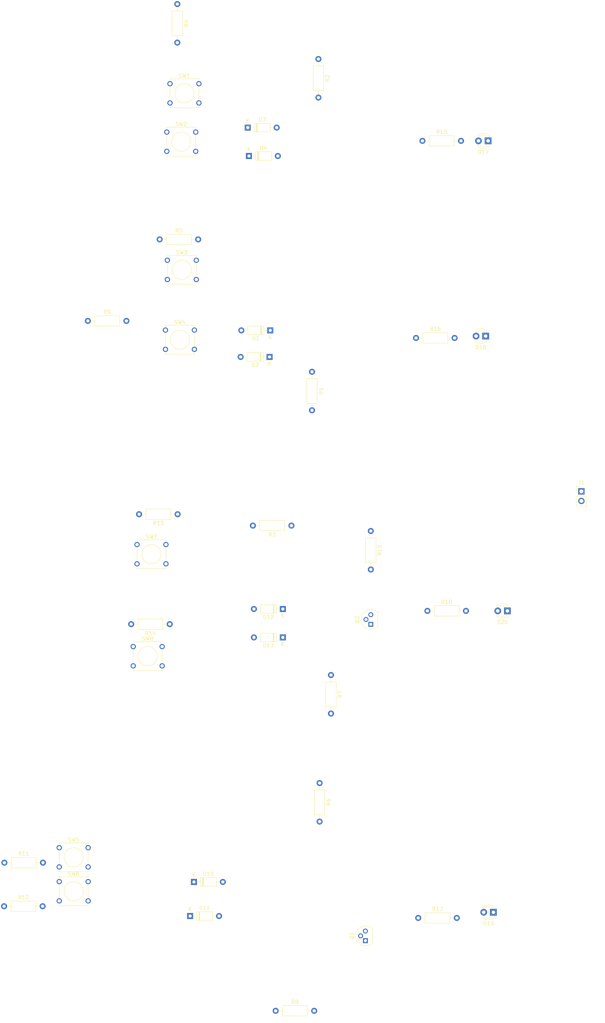
<source format=kicad_pcb>
(kicad_pcb (version 20221018) (generator pcbnew)
  (layers (0 "F.Cu" signal) (31 "B.Cu" signal) (34 "B.Paste" user) (35 "F.Paste" user) (36 "B.SilkS" user "B.Silkscreen") (37 "F.SilkS" user "F.Silkscreen") (38 "B.Mask" user) (39 "F.Mask" user) (44 "Edge.Cuts" user))
  (net 0 "")
  (net 1 "/Diode Logic/OR-Out")
  (net 2 "/Diode Logic/OR-X")
  (net 3 "/Diode Logic/OR-Y")
  (net 4 "/Diode Logic/AND-X")
  (net 5 "/Diode Logic/AND-Out")
  (net 6 "/Diode Logic/AND-Y")
  (net 7 "/Diode Transistor Logic/NAND-X")
  (net 8 "Net-(D10-A)")
  (net 9 "/Diode Transistor Logic/NAND-Y")
  (net 10 "Net-(D12-K)")
  (net 11 "/Diode Transistor Logic/NOR-X")
  (net 12 "/Diode Transistor Logic/NOR-Y")
  (net 13 "GND")
  (net 14 "Net-(D17-A)")
  (net 15 "Net-(D18-A)")
  (net 16 "Net-(D19-A)")
  (net 17 "Net-(D20-A)")
  (net 19 "/Diode Transistor Logic/NAND-Out")
  (net 20 "/Diode Transistor Logic/NOR-Out")
  (net 21 "VCC")
  (footprint "LED_THT:LED_D3.0mm" (layer "F.Cu") (at 225.915 -66 180)
    (fp_text reference "D17" (at 1.27 -2.96) (layer "F.SilkS"))
    (fp_text value "LED")
    (fp_line (start -0.29 -1.236) (end -0.29 -1.08) (stroke (width 0.12)) (layer "F.SilkS"))
    (fp_line (start -0.29 1.08) (end -0.29 1.236) (stroke (width 0.12)) (layer "F.SilkS"))
    (fp_arc (start -0.29 -1.235516) (mid 1.366487 -1.987659) (end 2.942335 -1.078608) (stroke (width 0.12)) (layer "F.SilkS"))
    (fp_arc (start 0.229039 -1.08) (mid 1.270117 -1.5) (end 2.31113 -1.079837) (stroke (width 0.12)) (layer "F.SilkS"))
    (fp_arc (start 2.31113 1.079837) (mid 1.270117 1.5) (end 0.229039 1.08) (stroke (width 0.12)) (layer "F.SilkS"))
    (fp_arc (start 2.942335 1.078608) (mid 1.366487 1.987659) (end -0.29 1.235516) (stroke (width 0.12)) (layer "F.SilkS"))
    (pad "1" thru_hole rect (at 0 0 180) (size 1.8 1.8) (drill 0.9) (layers "*.Cu" "*.Mask") (net 13 "GND"))
    (pad "2" thru_hole circle (at 2.54 0 180) (size 1.8 1.8) (drill 0.9) (layers "*.Cu" "*.Mask") (net 14 "Net-(D17-A)"))
  )
  (footprint "Resistor_THT:R_Axial_DIN0207_L6.3mm_D2.5mm_P10.16mm_Horizontal" (layer "F.Cu") (at 144.08 32.5 180)
    (fp_text reference "R13" (at 5.08 -2.37) (layer "F.SilkS"))
    (fp_text value "1k")
    (fp_line (start 1.04 0) (end 1.81 0) (stroke (width 0.12)) (layer "F.SilkS"))
    (fp_line (start 1.81 -1.37) (end 1.81 1.37) (stroke (width 0.12)) (layer "F.SilkS"))
    (fp_line (start 1.81 1.37) (end 8.35 1.37) (stroke (width 0.12)) (layer "F.SilkS"))
    (fp_line (start 8.35 -1.37) (end 1.81 -1.37) (stroke (width 0.12)) (layer "F.SilkS"))
    (fp_line (start 8.35 1.37) (end 8.35 -1.37) (stroke (width 0.12)) (layer "F.SilkS"))
    (fp_line (start 9.12 0) (end 8.35 0) (stroke (width 0.12)) (layer "F.SilkS"))
    (pad "1" thru_hole circle (at 0 0 180) (size 1.6 1.6) (drill 0.8) (layers "*.Cu" "*.Mask") (net 21 "VCC"))
    (pad "2" thru_hole oval (at 10.16 0 180) (size 1.6 1.6) (drill 0.8) (layers "*.Cu" "*.Mask") (net 11 "/Diode Transistor Logic/NOR-X"))
  )
  (footprint "Diode_THT:D_DO-35_SOD27_P7.62mm_Horizontal" (layer "F.Cu") (at 168.5 -16 180)
    (fp_text reference "D1" (at 3.81 -2.12) (layer "F.SilkS"))
    (fp_text value "1N4148")
    (fp_text user "K" (at 0 -1.8) (layer "F.SilkS"))
    (fp_line (start 1.04 0) (end 1.69 0) (stroke (width 0.12)) (layer "F.SilkS"))
    (fp_line (start 1.69 -1.12) (end 1.69 1.12) (stroke (width 0.12)) (layer "F.SilkS"))
    (fp_line (start 1.69 1.12) (end 5.93 1.12) (stroke (width 0.12)) (layer "F.SilkS"))
    (fp_line (start 2.29 -1.12) (end 2.29 1.12) (stroke (width 0.12)) (layer "F.SilkS"))
    (fp_line (start 2.41 -1.12) (end 2.41 1.12) (stroke (width 0.12)) (layer "F.SilkS"))
    (fp_line (start 2.53 -1.12) (end 2.53 1.12) (stroke (width 0.12)) (layer "F.SilkS"))
    (fp_line (start 5.93 -1.12) (end 1.69 -1.12) (stroke (width 0.12)) (layer "F.SilkS"))
    (fp_line (start 5.93 1.12) (end 5.93 -1.12) (stroke (width 0.12)) (layer "F.SilkS"))
    (fp_line (start 6.58 0) (end 5.93 0) (stroke (width 0.12)) (layer "F.SilkS"))
    (pad "1" thru_hole rect (at 0 0 180) (size 1.6 1.6) (drill 0.8) (layers "*.Cu" "*.Mask") (net 1 "/Diode Logic/OR-Out"))
    (pad "2" thru_hole oval (at 7.62 0 180) (size 1.6 1.6) (drill 0.8) (layers "*.Cu" "*.Mask") (net 2 "/Diode Logic/OR-X"))
  )
  (footprint "Button_Switch_THT:SW_Tactile_Straight_KSA0Axx1LFTR" (layer "F.Cu") (at 141.23 -68.31)
    (fp_text reference "SW2" (at 3.81 -2.08) (layer "F.SilkS"))
    (fp_text value "SW_Push")
    (fp_line (start 0 -1.27) (end 0 -0.97) (stroke (width 0.12)) (layer "F.SilkS"))
    (fp_line (start 0 -1.27) (end 7.62 -1.27) (stroke (width 0.12)) (layer "F.SilkS"))
    (fp_line (start 0 0.97) (end 0 4.11) (stroke (width 0.12)) (layer "F.SilkS"))
    (fp_line (start 0 6.05) (end 0 6.35) (stroke (width 0.12)) (layer "F.SilkS"))
    (fp_line (start 7.62 -1.27) (end 7.62 -0.97) (stroke (width 0.12)) (layer "F.SilkS"))
    (fp_line (start 7.62 0.97) (end 7.62 4.11) (stroke (width 0.12)) (layer "F.SilkS"))
    (fp_line (start 7.62 6.05) (end 7.62 6.35) (stroke (width 0.12)) (layer "F.SilkS"))
    (fp_line (start 7.62 6.35) (end 0 6.35) (stroke (width 0.12)) (layer "F.SilkS"))
    (fp_circle (center 3.81 2.54) (end 3.81 0) (stroke (width 0.12)) (fill none) (layer "F.SilkS"))
    (pad "1" thru_hole circle (at 0 0) (size 1.397 1.397) (drill 0.8128) (layers "*.Cu" "*.Mask") (net 13 "GND"))
    (pad "1" thru_hole circle (at 7.62 0) (size 1.397 1.397) (drill 0.8128) (layers "*.Cu" "*.Mask") (net 13 "GND"))
    (pad "2" thru_hole circle (at 0 5.08) (size 1.397 1.397) (drill 0.8128) (layers "*.Cu" "*.Mask") (net 6 "/Diode Logic/AND-Y"))
    (pad "2" thru_hole circle (at 7.62 5.08) (size 1.397 1.397) (drill 0.8128) (layers "*.Cu" "*.Mask") (net 6 "/Diode Logic/AND-Y"))
  )
  (footprint "Resistor_THT:R_Axial_DIN0207_L6.3mm_D2.5mm_P10.16mm_Horizontal" (layer "F.Cu") (at 144 -102.08 -90)
    (fp_text reference "R4" (at 5.08 -2.37 90) (layer "F.SilkS"))
    (fp_text value "1k")
    (fp_line (start 1.04 0) (end 1.81 0) (stroke (width 0.12)) (layer "F.SilkS"))
    (fp_line (start 1.81 -1.37) (end 1.81 1.37) (stroke (width 0.12)) (layer "F.SilkS"))
    (fp_line (start 1.81 1.37) (end 8.35 1.37) (stroke (width 0.12)) (layer "F.SilkS"))
    (fp_line (start 8.35 -1.37) (end 1.81 -1.37) (stroke (width 0.12)) (layer "F.SilkS"))
    (fp_line (start 8.35 1.37) (end 8.35 -1.37) (stroke (width 0.12)) (layer "F.SilkS"))
    (fp_line (start 9.12 0) (end 8.35 0) (stroke (width 0.12)) (layer "F.SilkS"))
    (pad "1" thru_hole circle (at 0 0 270) (size 1.6 1.6) (drill 0.8) (layers "*.Cu" "*.Mask") (net 21 "VCC"))
    (pad "2" thru_hole oval (at 10.16 0 270) (size 1.6 1.6) (drill 0.8) (layers "*.Cu" "*.Mask") (net 4 "/Diode Logic/AND-X"))
  )
  (footprint "Button_Switch_THT:SW_Tactile_Straight_KSA0Axx1LFTR" (layer "F.Cu") (at 112.88 129.42)
    (fp_text reference "SW6" (at 3.81 -2.08) (layer "F.SilkS"))
    (fp_text value "SW_Push")
    (fp_line (start 0 -1.27) (end 0 -0.97) (stroke (width 0.12)) (layer "F.SilkS"))
    (fp_line (start 0 -1.27) (end 7.62 -1.27) (stroke (width 0.12)) (layer "F.SilkS"))
    (fp_line (start 0 0.97) (end 0 4.11) (stroke (width 0.12)) (layer "F.SilkS"))
    (fp_line (start 0 6.05) (end 0 6.35) (stroke (width 0.12)) (layer "F.SilkS"))
    (fp_line (start 7.62 -1.27) (end 7.62 -0.97) (stroke (width 0.12)) (layer "F.SilkS"))
    (fp_line (start 7.62 0.97) (end 7.62 4.11) (stroke (width 0.12)) (layer "F.SilkS"))
    (fp_line (start 7.62 6.05) (end 7.62 6.35) (stroke (width 0.12)) (layer "F.SilkS"))
    (fp_line (start 7.62 6.35) (end 0 6.35) (stroke (width 0.12)) (layer "F.SilkS"))
    (fp_circle (center 3.81 2.54) (end 3.81 0) (stroke (width 0.12)) (fill none) (layer "F.SilkS"))
    (pad "1" thru_hole circle (at 0 0) (size 1.397 1.397) (drill 0.8128) (layers "*.Cu" "*.Mask") (net 13 "GND"))
    (pad "1" thru_hole circle (at 7.62 0) (size 1.397 1.397) (drill 0.8128) (layers "*.Cu" "*.Mask") (net 13 "GND"))
    (pad "2" thru_hole circle (at 0 5.08) (size 1.397 1.397) (drill 0.8128) (layers "*.Cu" "*.Mask") (net 9 "/Diode Transistor Logic/NAND-Y"))
    (pad "2" thru_hole circle (at 7.62 5.08) (size 1.397 1.397) (drill 0.8128) (layers "*.Cu" "*.Mask") (net 9 "/Diode Transistor Logic/NAND-Y"))
  )
  (footprint "Resistor_THT:R_Axial_DIN0207_L6.3mm_D2.5mm_P10.16mm_Horizontal" (layer "F.Cu") (at 120.42 -18.5)
    (fp_text reference "R9" (at 5.08 -2.37) (layer "F.SilkS"))
    (fp_text value "1k")
    (fp_line (start 1.04 0) (end 1.81 0) (stroke (width 0.12)) (layer "F.SilkS"))
    (fp_line (start 1.81 -1.37) (end 1.81 1.37) (stroke (width 0.12)) (layer "F.SilkS"))
    (fp_line (start 1.81 1.37) (end 8.35 1.37) (stroke (width 0.12)) (layer "F.SilkS"))
    (fp_line (start 8.35 -1.37) (end 1.81 -1.37) (stroke (width 0.12)) (layer "F.SilkS"))
    (fp_line (start 8.35 1.37) (end 8.35 -1.37) (stroke (width 0.12)) (layer "F.SilkS"))
    (fp_line (start 9.12 0) (end 8.35 0) (stroke (width 0.12)) (layer "F.SilkS"))
    (pad "1" thru_hole circle (at 0 0) (size 1.6 1.6) (drill 0.8) (layers "*.Cu" "*.Mask") (net 21 "VCC"))
    (pad "2" thru_hole oval (at 10.16 0) (size 1.6 1.6) (drill 0.8) (layers "*.Cu" "*.Mask") (net 3 "/Diode Logic/OR-Y"))
  )
  (footprint "Button_Switch_THT:SW_Tactile_Straight_KSA0Axx1LFTR" (layer "F.Cu") (at 133.38 40.5)
    (fp_text reference "SW7" (at 3.81 -2.08) (layer "F.SilkS"))
    (fp_text value "SW_Push")
    (fp_line (start 0 -1.27) (end 0 -0.97) (stroke (width 0.12)) (layer "F.SilkS"))
    (fp_line (start 0 -1.27) (end 7.62 -1.27) (stroke (width 0.12)) (layer "F.SilkS"))
    (fp_line (start 0 0.97) (end 0 4.11) (stroke (width 0.12)) (layer "F.SilkS"))
    (fp_line (start 0 6.05) (end 0 6.35) (stroke (width 0.12)) (layer "F.SilkS"))
    (fp_line (start 7.62 -1.27) (end 7.62 -0.97) (stroke (width 0.12)) (layer "F.SilkS"))
    (fp_line (start 7.62 0.97) (end 7.62 4.11) (stroke (width 0.12)) (layer "F.SilkS"))
    (fp_line (start 7.62 6.05) (end 7.62 6.35) (stroke (width 0.12)) (layer "F.SilkS"))
    (fp_line (start 7.62 6.35) (end 0 6.35) (stroke (width 0.12)) (layer "F.SilkS"))
    (fp_circle (center 3.81 2.54) (end 3.81 0) (stroke (width 0.12)) (fill none) (layer "F.SilkS"))
    (pad "1" thru_hole circle (at 0 0) (size 1.397 1.397) (drill 0.8128) (layers "*.Cu" "*.Mask") (net 13 "GND"))
    (pad "1" thru_hole circle (at 7.62 0) (size 1.397 1.397) (drill 0.8128) (layers "*.Cu" "*.Mask") (net 13 "GND"))
    (pad "2" thru_hole circle (at 0 5.08) (size 1.397 1.397) (drill 0.8128) (layers "*.Cu" "*.Mask") (net 11 "/Diode Transistor Logic/NOR-X"))
    (pad "2" thru_hole circle (at 7.62 5.08) (size 1.397 1.397) (drill 0.8128) (layers "*.Cu" "*.Mask") (net 11 "/Diode Transistor Logic/NOR-X"))
  )
  (footprint "Resistor_THT:R_Axial_DIN0207_L6.3mm_D2.5mm_P10.16mm_Horizontal" (layer "F.Cu") (at 184.5 74.92 -90)
    (fp_text reference "R7" (at 5.08 -2.37 90) (layer "F.SilkS"))
    (fp_text value "1k")
    (fp_line (start 1.04 0) (end 1.81 0) (stroke (width 0.12)) (layer "F.SilkS"))
    (fp_line (start 1.81 -1.37) (end 1.81 1.37) (stroke (width 0.12)) (layer "F.SilkS"))
    (fp_line (start 1.81 1.37) (end 8.35 1.37) (stroke (width 0.12)) (layer "F.SilkS"))
    (fp_line (start 8.35 -1.37) (end 1.81 -1.37) (stroke (width 0.12)) (layer "F.SilkS"))
    (fp_line (start 8.35 1.37) (end 8.35 -1.37) (stroke (width 0.12)) (layer "F.SilkS"))
    (fp_line (start 9.12 0) (end 8.35 0) (stroke (width 0.12)) (layer "F.SilkS"))
    (pad "1" thru_hole circle (at 0 0 270) (size 1.6 1.6) (drill 0.8) (layers "*.Cu" "*.Mask") (net 10 "Net-(D12-K)"))
    (pad "2" thru_hole oval (at 10.16 0 270) (size 1.6 1.6) (drill 0.8) (layers "*.Cu" "*.Mask") (net 13 "GND"))
  )
  (footprint "Diode_THT:D_DO-35_SOD27_P7.62mm_Horizontal" (layer "F.Cu") (at 162.57 -69.5)
    (fp_text reference "D3" (at 3.81 -2.12) (layer "F.SilkS"))
    (fp_text value "1N4148")
    (fp_text user "K" (at 0 -1.8) (layer "F.SilkS"))
    (fp_line (start 1.04 0) (end 1.69 0) (stroke (width 0.12)) (layer "F.SilkS"))
    (fp_line (start 1.69 -1.12) (end 1.69 1.12) (stroke (width 0.12)) (layer "F.SilkS"))
    (fp_line (start 1.69 1.12) (end 5.93 1.12) (stroke (width 0.12)) (layer "F.SilkS"))
    (fp_line (start 2.29 -1.12) (end 2.29 1.12) (stroke (width 0.12)) (layer "F.SilkS"))
    (fp_line (start 2.41 -1.12) (end 2.41 1.12) (stroke (width 0.12)) (layer "F.SilkS"))
    (fp_line (start 2.53 -1.12) (end 2.53 1.12) (stroke (width 0.12)) (layer "F.SilkS"))
    (fp_line (start 5.93 -1.12) (end 1.69 -1.12) (stroke (width 0.12)) (layer "F.SilkS"))
    (fp_line (start 5.93 1.12) (end 5.93 -1.12) (stroke (width 0.12)) (layer "F.SilkS"))
    (fp_line (start 6.58 0) (end 5.93 0) (stroke (width 0.12)) (layer "F.SilkS"))
    (pad "1" thru_hole rect (at 0 0) (size 1.6 1.6) (drill 0.8) (layers "*.Cu" "*.Mask") (net 4 "/Diode Logic/AND-X"))
    (pad "2" thru_hole oval (at 7.62 0) (size 1.6 1.6) (drill 0.8) (layers "*.Cu" "*.Mask") (net 5 "/Diode Logic/AND-Out"))
  )
  (footprint "Resistor_THT:R_Axial_DIN0207_L6.3mm_D2.5mm_P10.16mm_Horizontal" (layer "F.Cu") (at 139.34 -40)
    (fp_text reference "R5" (at 5.08 -2.37) (layer "F.SilkS"))
    (fp_text value "1k")
    (fp_line (start 1.04 0) (end 1.81 0) (stroke (width 0.12)) (layer "F.SilkS"))
    (fp_line (start 1.81 -1.37) (end 1.81 1.37) (stroke (width 0.12)) (layer "F.SilkS"))
    (fp_line (start 1.81 1.37) (end 8.35 1.37) (stroke (width 0.12)) (layer "F.SilkS"))
    (fp_line (start 8.35 -1.37) (end 1.81 -1.37) (stroke (width 0.12)) (layer "F.SilkS"))
    (fp_line (start 8.35 1.37) (end 8.35 -1.37) (stroke (width 0.12)) (layer "F.SilkS"))
    (fp_line (start 9.12 0) (end 8.35 0) (stroke (width 0.12)) (layer "F.SilkS"))
    (pad "1" thru_hole circle (at 0 0) (size 1.6 1.6) (drill 0.8) (layers "*.Cu" "*.Mask") (net 21 "VCC"))
    (pad "2" thru_hole oval (at 10.16 0) (size 1.6 1.6) (drill 0.8) (layers "*.Cu" "*.Mask") (net 2 "/Diode Logic/OR-X"))
  )
  (footprint "LED_THT:LED_D3.0mm" (layer "F.Cu") (at 227.305 137.5 180)
    (fp_text reference "D19" (at 1.27 -2.96) (layer "F.SilkS"))
    (fp_text value "LED")
    (fp_line (start -0.29 -1.236) (end -0.29 -1.08) (stroke (width 0.12)) (layer "F.SilkS"))
    (fp_line (start -0.29 1.08) (end -0.29 1.236) (stroke (width 0.12)) (layer "F.SilkS"))
    (fp_arc (start -0.29 -1.235516) (mid 1.366487 -1.987659) (end 2.942335 -1.078608) (stroke (width 0.12)) (layer "F.SilkS"))
    (fp_arc (start 0.229039 -1.08) (mid 1.270117 -1.5) (end 2.31113 -1.079837) (stroke (width 0.12)) (layer "F.SilkS"))
    (fp_arc (start 2.31113 1.079837) (mid 1.270117 1.5) (end 0.229039 1.08) (stroke (width 0.12)) (layer "F.SilkS"))
    (fp_arc (start 2.942335 1.078608) (mid 1.366487 1.987659) (end -0.29 1.235516) (stroke (width 0.12)) (layer "F.SilkS"))
    (pad "1" thru_hole rect (at 0 0 180) (size 1.8 1.8) (drill 0.9) (layers "*.Cu" "*.Mask") (net 13 "GND"))
    (pad "2" thru_hole circle (at 2.54 0 180) (size 1.8 1.8) (drill 0.9) (layers "*.Cu" "*.Mask") (net 16 "Net-(D19-A)"))
  )
  (footprint "Diode_THT:D_DO-35_SOD27_P7.62mm_Horizontal" (layer "F.Cu") (at 147.38 138.5)
    (fp_text reference "D11" (at 3.81 -2.12) (layer "F.SilkS"))
    (fp_text value "1N4148")
    (fp_text user "K" (at 0 -1.8) (layer "F.SilkS"))
    (fp_line (start 1.04 0) (end 1.69 0) (stroke (width 0.12)) (layer "F.SilkS"))
    (fp_line (start 1.69 -1.12) (end 1.69 1.12) (stroke (width 0.12)) (layer "F.SilkS"))
    (fp_line (start 1.69 1.12) (end 5.93 1.12) (stroke (width 0.12)) (layer "F.SilkS"))
    (fp_line (start 2.29 -1.12) (end 2.29 1.12) (stroke (width 0.12)) (layer "F.SilkS"))
    (fp_line (start 2.41 -1.12) (end 2.41 1.12) (stroke (width 0.12)) (layer "F.SilkS"))
    (fp_line (start 2.53 -1.12) (end 2.53 1.12) (stroke (width 0.12)) (layer "F.SilkS"))
    (fp_line (start 5.93 -1.12) (end 1.69 -1.12) (stroke (width 0.12)) (layer "F.SilkS"))
    (fp_line (start 5.93 1.12) (end 5.93 -1.12) (stroke (width 0.12)) (layer "F.SilkS"))
    (fp_line (start 6.58 0) (end 5.93 0) (stroke (width 0.12)) (layer "F.SilkS"))
    (pad "1" thru_hole rect (at 0 0) (size 1.6 1.6) (drill 0.8) (layers "*.Cu" "*.Mask") (net 9 "/Diode Transistor Logic/NAND-Y"))
    (pad "2" thru_hole oval (at 7.62 0) (size 1.6 1.6) (drill 0.8) (layers "*.Cu" "*.Mask") (net 8 "Net-(D10-A)"))
  )
  (footprint "Package_TO_SOT_THT:TO-92" (layer "F.Cu") (at 193.58 145 90)
    (fp_text reference "Q1" (at 1.27 -3.56 90) (layer "F.SilkS"))
    (fp_text value "2N2222")
    (fp_line (start -0.53 1.85) (end 3.07 1.85) (stroke (width 0.12)) (layer "F.SilkS"))
    (fp_arc (start -0.568478 1.838478) (mid -1.132087 -0.994977) (end 1.27 -2.6) (stroke (width 0.12)) (layer "F.SilkS"))
    (fp_arc (start 1.27 -2.6) (mid 3.672087 -0.994977) (end 3.108478 1.838478) (stroke (width 0.12)) (layer "F.SilkS"))
    (pad "1" thru_hole rect (at 0 0 90) (size 1.3 1.3) (drill 0.75) (layers "*.Cu" "*.Mask"))
    (pad "2" thru_hole circle (at 1.27 -1.27 90) (size 1.3 1.3) (drill 0.75) (layers "*.Cu" "*.Mask") (net 8 "Net-(D10-A)"))
    (pad "3" thru_hole circle (at 2.54 0 90) (size 1.3 1.3) (drill 0.75) (layers "*.Cu" "*.Mask") (net 19 "/Diode Transistor Logic/NAND-Out"))
  )
  (footprint "LED_THT:LED_D3.0mm" (layer "F.Cu") (at 231 58 180)
    (fp_text reference "D20" (at 1.27 -2.96) (layer "F.SilkS"))
    (fp_text value "LED")
    (fp_line (start -0.29 -1.236) (end -0.29 -1.08) (stroke (width 0.12)) (layer "F.SilkS"))
    (fp_line (start -0.29 1.08) (end -0.29 1.236) (stroke (width 0.12)) (layer "F.SilkS"))
    (fp_arc (start -0.29 -1.235516) (mid 1.366487 -1.987659) (end 2.942335 -1.078608) (stroke (width 0.12)) (layer "F.SilkS"))
    (fp_arc (start 0.229039 -1.08) (mid 1.270117 -1.5) (end 2.31113 -1.079837) (stroke (width 0.12)) (layer "F.SilkS"))
    (fp_arc (start 2.31113 1.079837) (mid 1.270117 1.5) (end 0.229039 1.08) (stroke (width 0.12)) (layer "F.SilkS"))
    (fp_arc (start 2.942335 1.078608) (mid 1.366487 1.987659) (end -0.29 1.235516) (stroke (width 0.12)) (layer "F.SilkS"))
    (pad "1" thru_hole rect (at 0 0 180) (size 1.8 1.8) (drill 0.9) (layers "*.Cu" "*.Mask") (net 13 "GND"))
    (pad "2" thru_hole circle (at 2.54 0 180) (size 1.8 1.8) (drill 0.9) (layers "*.Cu" "*.Mask") (net 17 "Net-(D20-A)"))
  )
  (footprint "Button_Switch_THT:SW_Tactile_Straight_KSA0Axx1LFTR" (layer "F.Cu") (at 132.38 67.42)
    (fp_text reference "SW8" (at 3.81 -2.08) (layer "F.SilkS"))
    (fp_text value "SW_Push")
    (fp_line (start 0 -1.27) (end 0 -0.97) (stroke (width 0.12)) (layer "F.SilkS"))
    (fp_line (start 0 -1.27) (end 7.62 -1.27) (stroke (width 0.12)) (layer "F.SilkS"))
    (fp_line (start 0 0.97) (end 0 4.11) (stroke (width 0.12)) (layer "F.SilkS"))
    (fp_line (start 0 6.05) (end 0 6.35) (stroke (width 0.12)) (layer "F.SilkS"))
    (fp_line (start 7.62 -1.27) (end 7.62 -0.97) (stroke (width 0.12)) (layer "F.SilkS"))
    (fp_line (start 7.62 0.97) (end 7.62 4.11) (stroke (width 0.12)) (layer "F.SilkS"))
    (fp_line (start 7.62 6.05) (end 7.62 6.35) (stroke (width 0.12)) (layer "F.SilkS"))
    (fp_line (start 7.62 6.35) (end 0 6.35) (stroke (width 0.12)) (layer "F.SilkS"))
    (fp_circle (center 3.81 2.54) (end 3.81 0) (stroke (width 0.12)) (fill none) (layer "F.SilkS"))
    (pad "1" thru_hole circle (at 0 0) (size 1.397 1.397) (drill 0.8128) (layers "*.Cu" "*.Mask") (net 13 "GND"))
    (pad "1" thru_hole circle (at 7.62 0) (size 1.397 1.397) (drill 0.8128) (layers "*.Cu" "*.Mask") (net 13 "GND"))
    (pad "2" thru_hole circle (at 0 5.08) (size 1.397 1.397) (drill 0.8128) (layers "*.Cu" "*.Mask") (net 12 "/Diode Transistor Logic/NOR-Y"))
    (pad "2" thru_hole circle (at 7.62 5.08) (size 1.397 1.397) (drill 0.8128) (layers "*.Cu" "*.Mask") (net 12 "/Diode Transistor Logic/NOR-Y"))
  )
  (footprint "Resistor_THT:R_Axial_DIN0207_L6.3mm_D2.5mm_P10.16mm_Horizontal" (layer "F.Cu") (at 142 61.5 180)
    (fp_text reference "R14" (at 5.08 -2.37) (layer "F.SilkS"))
    (fp_text value "1k")
    (fp_line (start 1.04 0) (end 1.81 0) (stroke (width 0.12)) (layer "F.SilkS"))
    (fp_line (start 1.81 -1.37) (end 1.81 1.37) (stroke (width 0.12)) (layer "F.SilkS"))
    (fp_line (start 1.81 1.37) (end 8.35 1.37) (stroke (width 0.12)) (layer "F.SilkS"))
    (fp_line (start 8.35 -1.37) (end 1.81 -1.37) (stroke (width 0.12)) (layer "F.SilkS"))
    (fp_line (start 8.35 1.37) (end 8.35 -1.37) (stroke (width 0.12)) (layer "F.SilkS"))
    (fp_line (start 9.12 0) (end 8.35 0) (stroke (width 0.12)) (layer "F.SilkS"))
    (pad "1" thru_hole circle (at 0 0 180) (size 1.6 1.6) (drill 0.8) (layers "*.Cu" "*.Mask") (net 21 "VCC"))
    (pad "2" thru_hole oval (at 10.16 0 180) (size 1.6 1.6) (drill 0.8) (layers "*.Cu" "*.Mask") (net 12 "/Diode Transistor Logic/NOR-Y"))
  )
  (footprint "Resistor_THT:R_Axial_DIN0207_L6.3mm_D2.5mm_P10.16mm_Horizontal" (layer "F.Cu") (at 169.92 163.5)
    (fp_text reference "R8" (at 5.08 -2.37) (layer "F.SilkS"))
    (fp_text value "1k")
    (fp_line (start 1.04 0) (end 1.81 0) (stroke (width 0.12)) (layer "F.SilkS"))
    (fp_line (start 1.81 -1.37) (end 1.81 1.37) (stroke (width 0.12)) (layer "F.SilkS"))
    (fp_line (start 1.81 1.37) (end 8.35 1.37) (stroke (width 0.12)) (layer "F.SilkS"))
    (fp_line (start 8.35 -1.37) (end 1.81 -1.37) (stroke (width 0.12)) (layer "F.SilkS"))
    (fp_line (start 8.35 1.37) (end 8.35 -1.37) (stroke (width 0.12)) (layer "F.SilkS"))
    (fp_line (start 9.12 0) (end 8.35 0) (stroke (width 0.12)) (layer "F.SilkS"))
    (pad "1" thru_hole circle (at 0 0) (size 1.6 1.6) (drill 0.8) (layers "*.Cu" "*.Mask") (net 21 "VCC"))
    (pad "2" thru_hole oval (at 10.16 0) (size 1.6 1.6) (drill 0.8) (layers "*.Cu" "*.Mask") (net 19 "/Diode Transistor Logic/NAND-Out"))
  )
  (footprint "Resistor_THT:R_Axial_DIN0207_L6.3mm_D2.5mm_P10.16mm_Horizontal" (layer "F.Cu") (at 206.92 -14)
    (fp_text reference "R16" (at 5.08 -2.37) (layer "F.SilkS"))
    (fp_text value "220")
    (fp_line (start 1.04 0) (end 1.81 0) (stroke (width 0.12)) (layer "F.SilkS"))
    (fp_line (start 1.81 -1.37) (end 1.81 1.37) (stroke (width 0.12)) (layer "F.SilkS"))
    (fp_line (start 1.81 1.37) (end 8.35 1.37) (stroke (width 0.12)) (layer "F.SilkS"))
    (fp_line (start 8.35 -1.37) (end 1.81 -1.37) (stroke (width 0.12)) (layer "F.SilkS"))
    (fp_line (start 8.35 1.37) (end 8.35 -1.37) (stroke (width 0.12)) (layer "F.SilkS"))
    (fp_line (start 9.12 0) (end 8.35 0) (stroke (width 0.12)) (layer "F.SilkS"))
    (pad "1" thru_hole circle (at 0 0) (size 1.6 1.6) (drill 0.8) (layers "*.Cu" "*.Mask") (net 1 "/Diode Logic/OR-Out"))
    (pad "2" thru_hole oval (at 10.16 0) (size 1.6 1.6) (drill 0.8) (layers "*.Cu" "*.Mask") (net 15 "Net-(D18-A)"))
  )
  (footprint "Button_Switch_THT:SW_Tactile_Straight_KSA0Axx1LFTR" (layer "F.Cu") (at 140.88 -16.08)
    (fp_text reference "SW4" (at 3.81 -2.08) (layer "F.SilkS"))
    (fp_text value "SW_Push")
    (fp_line (start 0 -1.27) (end 0 -0.97) (stroke (width 0.12)) (layer "F.SilkS"))
    (fp_line (start 0 -1.27) (end 7.62 -1.27) (stroke (width 0.12)) (layer "F.SilkS"))
    (fp_line (start 0 0.97) (end 0 4.11) (stroke (width 0.12)) (layer "F.SilkS"))
    (fp_line (start 0 6.05) (end 0 6.35) (stroke (width 0.12)) (layer "F.SilkS"))
    (fp_line (start 7.62 -1.27) (end 7.62 -0.97) (stroke (width 0.12)) (layer "F.SilkS"))
    (fp_line (start 7.62 0.97) (end 7.62 4.11) (stroke (width 0.12)) (layer "F.SilkS"))
    (fp_line (start 7.62 6.05) (end 7.62 6.35) (stroke (width 0.12)) (layer "F.SilkS"))
    (fp_line (start 7.62 6.35) (end 0 6.35) (stroke (width 0.12)) (layer "F.SilkS"))
    (fp_circle (center 3.81 2.54) (end 3.81 0) (stroke (width 0.12)) (fill none) (layer "F.SilkS"))
    (pad "1" thru_hole circle (at 0 0) (size 1.397 1.397) (drill 0.8128) (layers "*.Cu" "*.Mask") (net 13 "GND"))
    (pad "1" thru_hole circle (at 7.62 0) (size 1.397 1.397) (drill 0.8128) (layers "*.Cu" "*.Mask") (net 13 "GND"))
    (pad "2" thru_hole circle (at 0 5.08) (size 1.397 1.397) (drill 0.8128) (layers "*.Cu" "*.Mask") (net 3 "/Diode Logic/OR-Y"))
    (pad "2" thru_hole circle (at 7.62 5.08) (size 1.397 1.397) (drill 0.8128) (layers "*.Cu" "*.Mask") (net 3 "/Diode Logic/OR-Y"))
  )
  (footprint "Diode_THT:D_DO-35_SOD27_P7.62mm_Horizontal" (layer "F.Cu") (at 168.31 -9 180)
    (fp_text reference "D2" (at 3.81 -2.12) (layer "F.SilkS"))
    (fp_text value "1N4148")
    (fp_text user "K" (at 0 -1.8) (layer "F.SilkS"))
    (fp_line (start 1.04 0) (end 1.69 0) (stroke (width 0.12)) (layer "F.SilkS"))
    (fp_line (start 1.69 -1.12) (end 1.69 1.12) (stroke (width 0.12)) (layer "F.SilkS"))
    (fp_line (start 1.69 1.12) (end 5.93 1.12) (stroke (width 0.12)) (layer "F.SilkS"))
    (fp_line (start 2.29 -1.12) (end 2.29 1.12) (stroke (width 0.12)) (layer "F.SilkS"))
    (fp_line (start 2.41 -1.12) (end 2.41 1.12) (stroke (width 0.12)) (layer "F.SilkS"))
    (fp_line (start 2.53 -1.12) (end 2.53 1.12) (stroke (width 0.12)) (layer "F.SilkS"))
    (fp_line (start 5.93 -1.12) (end 1.69 -1.12) (stroke (width 0.12)) (layer "F.SilkS"))
    (fp_line (start 5.93 1.12) (end 5.93 -1.12) (stroke (width 0.12)) (layer "F.SilkS"))
    (fp_line (start 6.58 0) (end 5.93 0) (stroke (width 0.12)) (layer "F.SilkS"))
    (pad "1" thru_hole rect (at 0 0 180) (size 1.6 1.6) (drill 0.8) (layers "*.Cu" "*.Mask") (net 1 "/Diode Logic/OR-Out"))
    (pad "2" thru_hole oval (at 7.62 0 180) (size 1.6 1.6) (drill 0.8) (layers "*.Cu" "*.Mask") (net 3 "/Diode Logic/OR-Y"))
  )
  (footprint "Diode_THT:D_DO-35_SOD27_P7.62mm_Horizontal" (layer "F.Cu") (at 171.81 65 180)
    (fp_text reference "D13" (at 3.81 -2.12) (layer "F.SilkS"))
    (fp_text value "1N4148")
    (fp_text user "K" (at 0 -1.8) (layer "F.SilkS"))
    (fp_line (start 1.04 0) (end 1.69 0) (stroke (width 0.12)) (layer "F.SilkS"))
    (fp_line (start 1.69 -1.12) (end 1.69 1.12) (stroke (width 0.12)) (layer "F.SilkS"))
    (fp_line (start 1.69 1.12) (end 5.93 1.12) (stroke (width 0.12)) (layer "F.SilkS"))
    (fp_line (start 2.29 -1.12) (end 2.29 1.12) (stroke (width 0.12)) (layer "F.SilkS"))
    (fp_line (start 2.41 -1.12) (end 2.41 1.12) (stroke (width 0.12)) (layer "F.SilkS"))
    (fp_line (start 2.53 -1.12) (end 2.53 1.12) (stroke (width 0.12)) (layer "F.SilkS"))
    (fp_line (start 5.93 -1.12) (end 1.69 -1.12) (stroke (width 0.12)) (layer "F.SilkS"))
    (fp_line (start 5.93 1.12) (end 5.93 -1.12) (stroke (width 0.12)) (layer "F.SilkS"))
    (fp_line (start 6.58 0) (end 5.93 0) (stroke (width 0.12)) (layer "F.SilkS"))
    (pad "1" thru_hole rect (at 0 0 180) (size 1.6 1.6) (drill 0.8) (layers "*.Cu" "*.Mask") (net 10 "Net-(D12-K)"))
    (pad "2" thru_hole oval (at 7.62 0 180) (size 1.6 1.6) (drill 0.8) (layers "*.Cu" "*.Mask") (net 12 "/Diode Transistor Logic/NOR-Y"))
  )
  (footprint "Connector_PinHeader_2.54mm:PinHeader_1x02_P2.54mm_Vertical" (layer "F.Cu") (at 250.5 26.46)
    (fp_text reference "J1" (at 0 -2.33) (layer "F.SilkS"))
    (fp_text value "Conn_01x02_Pin")
    (fp_line (start -1.33 -1.33) (end 0 -1.33) (stroke (width 0.12)) (layer "F.SilkS"))
    (fp_line (start -1.33 0) (end -1.33 -1.33) (stroke (width 0.12)) (layer "F.SilkS"))
    (fp_line (start -1.33 1.27) (end -1.33 3.87) (stroke (width 0.12)) (layer "F.SilkS"))
    (fp_line (start -1.33 1.27) (end 1.33 1.27) (stroke (width 0.12)) (layer "F.SilkS"))
    (fp_line (start -1.33 3.87) (end 1.33 3.87) (stroke (width 0.12)) (layer "F.SilkS"))
    (fp_line (start 1.33 1.27) (end 1.33 3.87) (stroke (width 0.12)) (layer "F.SilkS"))
    (pad "1" thru_hole rect (at 0 0) (size 1.7 1.7) (drill 1) (layers "*.Cu" "*.Mask") (net 21 "VCC"))
    (pad "2" thru_hole oval (at 0 2.54) (size 1.7 1.7) (drill 1) (layers "*.Cu" "*.Mask") (net 13 "GND"))
  )
  (footprint "Resistor_THT:R_Axial_DIN0207_L6.3mm_D2.5mm_P10.16mm_Horizontal" (layer "F.Cu") (at 98.42 124.42)
    (fp_text reference "R11" (at 5.08 -2.37) (layer "F.SilkS"))
    (fp_text value "1k")
    (fp_line (start 1.04 0) (end 1.81 0) (stroke (width 0.12)) (layer "F.SilkS"))
    (fp_line (start 1.81 -1.37) (end 1.81 1.37) (stroke (width 0.12)) (layer "F.SilkS"))
    (fp_line (start 1.81 1.37) (end 8.35 1.37) (stroke (width 0.12)) (layer "F.SilkS"))
    (fp_line (start 8.35 -1.37) (end 1.81 -1.37) (stroke (width 0.12)) (layer "F.SilkS"))
    (fp_line (start 8.35 1.37) (end 8.35 -1.37) (stroke (width 0.12)) (layer "F.SilkS"))
    (fp_line (start 9.12 0) (end 8.35 0) (stroke (width 0.12)) (layer "F.SilkS"))
    (pad "1" thru_hole circle (at 0 0) (size 1.6 1.6) (drill 0.8) (layers "*.Cu" "*.Mask") (net 21 "VCC"))
    (pad "2" thru_hole oval (at 10.16 0) (size 1.6 1.6) (drill 0.8) (layers "*.Cu" "*.Mask") (net 7 "/Diode Transistor Logic/NAND-X"))
  )
  (footprint "Resistor_THT:R_Axial_DIN0207_L6.3mm_D2.5mm_P10.16mm_Horizontal" (layer "F.Cu") (at 179.5 -5.08 -90)
    (fp_text reference "R1" (at 5.08 -2.37 90) (layer "F.SilkS"))
    (fp_text value "1k")
    (fp_line (start 1.04 0) (end 1.81 0) (stroke (width 0.12)) (layer "F.SilkS"))
    (fp_line (start 1.81 -1.37) (end 1.81 1.37) (stroke (width 0.12)) (layer "F.SilkS"))
    (fp_line (start 1.81 1.37) (end 8.35 1.37) (stroke (width 0.12)) (layer "F.SilkS"))
    (fp_line (start 8.35 -1.37) (end 1.81 -1.37) (stroke (width 0.12)) (layer "F.SilkS"))
    (fp_line (start 8.35 1.37) (end 8.35 -1.37) (stroke (width 0.12)) (layer "F.SilkS"))
    (fp_line (start 9.12 0) (end 8.35 0) (stroke (width 0.12)) (layer "F.SilkS"))
    (pad "1" thru_hole circle (at 0 0 270) (size 1.6 1.6) (drill 0.8) (layers "*.Cu" "*.Mask") (net 1 "/Diode Logic/OR-Out"))
    (pad "2" thru_hole oval (at 10.16 0 270) (size 1.6 1.6) (drill 0.8) (layers "*.Cu" "*.Mask") (net 13 "GND"))
  )
  (footprint "Resistor_THT:R_Axial_DIN0207_L6.3mm_D2.5mm_P10.16mm_Horizontal" (layer "F.Cu") (at 98.34 135.92)
    (fp_text reference "R12" (at 5.08 -2.37) (layer "F.SilkS"))
    (fp_text value "1k")
    (fp_line (start 1.04 0) (end 1.81 0) (stroke (width 0.12)) (layer "F.SilkS"))
    (fp_line (start 1.81 -1.37) (end 1.81 1.37) (stroke (width 0.12)) (layer "F.SilkS"))
    (fp_line (start 1.81 1.37) (end 8.35 1.37) (stroke (width 0.12)) (layer "F.SilkS"))
    (fp_line (start 8.35 -1.37) (end 1.81 -1.37) (stroke (width 0.12)) (layer "F.SilkS"))
    (fp_line (start 8.35 1.37) (end 8.35 -1.37) (stroke (width 0.12)) (layer "F.SilkS"))
    (fp_line (start 9.12 0) (end 8.35 0) (stroke (width 0.12)) (layer "F.SilkS"))
    (pad "1" thru_hole circle (at 0 0) (size 1.6 1.6) (drill 0.8) (layers "*.Cu" "*.Mask") (net 21 "VCC"))
    (pad "2" thru_hole oval (at 10.16 0) (size 1.6 1.6) (drill 0.8) (layers "*.Cu" "*.Mask") (net 9 "/Diode Transistor Logic/NAND-Y"))
  )
  (footprint "Button_Switch_THT:SW_Tactile_Straight_KSA0Axx1LFTR" (layer "F.Cu") (at 141.38 -34.5)
    (fp_text reference "SW3" (at 3.81 -2.08) (layer "F.SilkS"))
    (fp_text value "SW_Push")
    (fp_line (start 0 -1.27) (end 0 -0.97) (stroke (width 0.12)) (layer "F.SilkS"))
    (fp_line (start 0 -1.27) (end 7.62 -1.27) (stroke (width 0.12)) (layer "F.SilkS"))
    (fp_line (start 0 0.97) (end 0 4.11) (stroke (width 0.12)) (layer "F.SilkS"))
    (fp_line (start 0 6.05) (end 0 6.35) (stroke (width 0.12)) (layer "F.SilkS"))
    (fp_line (start 7.62 -1.27) (end 7.62 -0.97) (stroke (width 0.12)) (layer "F.SilkS"))
    (fp_line (start 7.62 0.97) (end 7.62 4.11) (stroke (width 0.12)) (layer "F.SilkS"))
    (fp_line (start 7.62 6.05) (end 7.62 6.35) (stroke (width 0.12)) (layer "F.SilkS"))
    (fp_line (start 7.62 6.35) (end 0 6.35) (stroke (width 0.12)) (layer "F.SilkS"))
    (fp_circle (center 3.81 2.54) (end 3.81 0) (stroke (width 0.12)) (fill none) (layer "F.SilkS"))
    (pad "1" thru_hole circle (at 0 0) (size 1.397 1.397) (drill 0.8128) (layers "*.Cu" "*.Mask") (net 13 "GND"))
    (pad "1" thru_hole circle (at 7.62 0) (size 1.397 1.397) (drill 0.8128) (layers "*.Cu" "*.Mask") (net 13 "GND"))
    (pad "2" thru_hole circle (at 0 5.08) (size 1.397 1.397) (drill 0.8128) (layers "*.Cu" "*.Mask") (net 2 "/Diode Logic/OR-X"))
    (pad "2" thru_hole circle (at 7.62 5.08) (size 1.397 1.397) (drill 0.8128) (layers "*.Cu" "*.Mask") (net 2 "/Diode Logic/OR-X"))
  )
  (footprint "Resistor_THT:R_Axial_DIN0207_L6.3mm_D2.5mm_P10.16mm_Horizontal" (layer "F.Cu") (at 209.92 58)
    (fp_text reference "R18" (at 5.08 -2.37) (layer "F.SilkS"))
    (fp_text value "220")
    (fp_line (start 1.04 0) (end 1.81 0) (stroke (width 0.12)) (layer "F.SilkS"))
    (fp_line (start 1.81 -1.37) (end 1.81 1.37) (stroke (width 0.12)) (layer "F.SilkS"))
    (fp_line (start 1.81 1.37) (end 8.35 1.37) (stroke (width 0.12)) (layer "F.SilkS"))
    (fp_line (start 8.35 -1.37) (end 1.81 -1.37) (stroke (width 0.12)) (layer "F.SilkS"))
    (fp_line (start 8.35 1.37) (end 8.35 -1.37) (stroke (width 0.12)) (layer "F.SilkS"))
    (fp_line (start 9.12 0) (end 8.35 0) (stroke (width 0.12)) (layer "F.SilkS"))
    (pad "1" thru_hole circle (at 0 0) (size 1.6 1.6) (drill 0.8) (layers "*.Cu" "*.Mask") (net 20 "/Diode Transistor Logic/NOR-Out"))
    (pad "2" thru_hole oval (at 10.16 0) (size 1.6 1.6) (drill 0.8) (layers "*.Cu" "*.Mask") (net 17 "Net-(D20-A)"))
  )
  (footprint "Resistor_THT:R_Axial_DIN0207_L6.3mm_D2.5mm_P10.16mm_Horizontal" (layer "F.Cu") (at 208.61 -66)
    (fp_text reference "R15" (at 5.08 -2.37) (layer "F.SilkS"))
    (fp_text value "220")
    (fp_line (start 1.04 0) (end 1.81 0) (stroke (width 0.12)) (layer "F.SilkS"))
    (fp_line (start 1.81 -1.37) (end 1.81 1.37) (stroke (width 0.12)) (layer "F.SilkS"))
    (fp_line (start 1.81 1.37) (end 8.35 1.37) (stroke (width 0.12)) (layer "F.SilkS"))
    (fp_line (start 8.35 -1.37) (end 1.81 -1.37) (stroke (width 0.12)) (layer "F.SilkS"))
    (fp_line (start 8.35 1.37) (end 8.35 -1.37) (stroke (width 0.12)) (layer "F.SilkS"))
    (fp_line (start 9.12 0) (end 8.35 0) (stroke (width 0.12)) (layer "F.SilkS"))
    (pad "1" thru_hole circle (at 0 0) (size 1.6 1.6) (drill 0.8) (layers "*.Cu" "*.Mask") (net 5 "/Diode Logic/AND-Out"))
    (pad "2" thru_hole oval (at 10.16 0) (size 1.6 1.6) (drill 0.8) (layers "*.Cu" "*.Mask") (net 14 "Net-(D17-A)"))
  )
  (footprint "Resistor_THT:R_Axial_DIN0207_L6.3mm_D2.5mm_P10.16mm_Horizontal" (layer "F.Cu") (at 181.19 -87.58 -90)
    (fp_text reference "R2" (at 5.08 -2.37 90) (layer "F.SilkS"))
    (fp_text value "1k")
    (fp_line (start 1.04 0) (end 1.81 0) (stroke (width 0.12)) (layer "F.SilkS"))
    (fp_line (start 1.81 -1.37) (end 1.81 1.37) (stroke (width 0.12)) (layer "F.SilkS"))
    (fp_line (start 1.81 1.37) (end 8.35 1.37) (stroke (width 0.12)) (layer "F.SilkS"))
    (fp_line (start 8.35 -1.37) (end 1.81 -1.37) (stroke (width 0.12)) (layer "F.SilkS"))
    (fp_line (start 8.35 1.37) (end 8.35 -1.37) (stroke (width 0.12)) (layer "F.SilkS"))
    (fp_line (start 9.12 0) (end 8.35 0) (stroke (width 0.12)) (layer "F.SilkS"))
    (pad "1" thru_hole circle (at 0 0 270) (size 1.6 1.6) (drill 0.8) (layers "*.Cu" "*.Mask") (net 21 "VCC"))
    (pad "2" thru_hole oval (at 10.16 0 270) (size 1.6 1.6) (drill 0.8) (layers "*.Cu" "*.Mask") (net 5 "/Diode Logic/AND-Out"))
  )
  (footprint "LED_THT:LED_D3.0mm" (layer "F.Cu") (at 225.275 -14.5 180)
    (fp_text reference "D18" (at 1.27 -2.96) (layer "F.SilkS"))
    (fp_text value "LED")
    (fp_line (start -0.29 -1.236) (end -0.29 -1.08) (stroke (width 0.12)) (layer "F.SilkS"))
    (fp_line (start -0.29 1.08) (end -0.29 1.236) (stroke (width 0.12)) (layer "F.SilkS"))
    (fp_arc (start -0.29 -1.235516) (mid 1.366487 -1.987659) (end 2.942335 -1.078608) (stroke (width 0.12)) (layer "F.SilkS"))
    (fp_arc (start 0.229039 -1.08) (mid 1.270117 -1.5) (end 2.31113 -1.079837) (stroke (width 0.12)) (layer "F.SilkS"))
    (fp_arc (start 2.31113 1.079837) (mid 1.270117 1.5) (end 0.229039 1.08) (stroke (width 0.12)) (layer "F.SilkS"))
    (fp_arc (start 2.942335 1.078608) (mid 1.366487 1.987659) (end -0.29 1.235516) (stroke (width 0.12)) (layer "F.SilkS"))
    (pad "1" thru_hole rect (at 0 0 180) (size 1.8 1.8) (drill 0.9) (layers "*.Cu" "*.Mask") (net 13 "GND"))
    (pad "2" thru_hole circle (at 2.54 0 180) (size 1.8 1.8) (drill 0.9) (layers "*.Cu" "*.Mask") (net 15 "Net-(D18-A)"))
  )
  (footprint "Package_TO_SOT_THT:TO-92" (layer "F.Cu") (at 195 61.54 90)
    (fp_text reference "Q2" (at 1.27 -3.56 90) (layer "F.SilkS"))
    (fp_text value "2N2222")
    (fp_line (start -0.53 1.85) (end 3.07 1.85) (stroke (width 0.12)) (layer "F.SilkS"))
    (fp_arc (start -0.568478 1.838478) (mid -1.132087 -0.994977) (end 1.27 -2.6) (stroke (width 0.12)) (layer "F.SilkS"))
    (fp_arc (start 1.27 -2.6) (mid 3.672087 -0.994977) (end 3.108478 1.838478) (stroke (width 0.12)) (layer "F.SilkS"))
    (pad "1" thru_hole rect (at 0 0 90) (size 1.3 1.3) (drill 0.75) (layers "*.Cu" "*.Mask") (net 13 "GND"))
    (pad "2" thru_hole circle (at 1.27 -1.27 90) (size 1.3 1.3) (drill 0.75) (layers "*.Cu" "*.Mask") (net 10 "Net-(D12-K)"))
    (pad "3" thru_hole circle (at 2.54 0 90) (size 1.3 1.3) (drill 0.75) (layers "*.Cu" "*.Mask") (net 20 "/Diode Transistor Logic/NOR-Out"))
  )
  (footprint "Diode_THT:D_DO-35_SOD27_P7.62mm_Horizontal" (layer "F.Cu") (at 148.38 129.5)
    (fp_text reference "D10" (at 3.81 -2.12) (layer "F.SilkS"))
    (fp_text value "1N4148")
    (fp_text user "K" (at 0 -1.8) (layer "F.SilkS"))
    (fp_line (start 1.04 0) (end 1.69 0) (stroke (width 0.12)) (layer "F.SilkS"))
    (fp_line (start 1.69 -1.12) (end 1.69 1.12) (stroke (width 0.12)) (layer "F.SilkS"))
    (fp_line (start 1.69 1.12) (end 5.93 1.12) (stroke (width 0.12)) (layer "F.SilkS"))
    (fp_line (start 2.29 -1.12) (end 2.29 1.12) (stroke (width 0.12)) (layer "F.SilkS"))
    (fp_line (start 2.41 -1.12) (end 2.41 1.12) (stroke (width 0.12)) (layer "F.SilkS"))
    (fp_line (start 2.53 -1.12) (end 2.53 1.12) (stroke (width 0.12)) (layer "F.SilkS"))
    (fp_line (start 5.93 -1.12) (end 1.69 -1.12) (stroke (width 0.12)) (layer "F.SilkS"))
    (fp_line (start 5.93 1.12) (end 5.93 -1.12) (stroke (width 0.12)) (layer "F.SilkS"))
    (fp_line (start 6.58 0) (end 5.93 0) (stroke (width 0.12)) (layer "F.SilkS"))
    (pad "1" thru_hole rect (at 0 0) (size 1.6 1.6) (drill 0.8) (layers "*.Cu" "*.Mask") (net 7 "/Diode Transistor Logic/NAND-X"))
    (pad "2" thru_hole oval (at 7.62 0) (size 1.6 1.6) (drill 0.8) (layers "*.Cu" "*.Mask") (net 8 "Net-(D10-A)"))
  )
  (footprint "Button_Switch_THT:SW_Tactile_Straight_KSA0Axx1LFTR" (layer "F.Cu") (at 142.07 -81.08)
    (fp_text reference "SW1" (at 3.81 -2.08) (layer "F.SilkS"))
    (fp_text value "SW_Push")
    (fp_line (start 0 -1.27) (end 0 -0.97) (stroke (width 0.12)) (layer "F.SilkS"))
    (fp_line (start 0 -1.27) (end 7.62 -1.27) (stroke (width 0.12)) (layer "F.SilkS"))
    (fp_line (start 0 0.97) (end 0 4.11) (stroke (width 0.12)) (layer "F.SilkS"))
    (fp_line (start 0 6.05) (end 0 6.35) (stroke (width 0.12)) (layer "F.SilkS"))
    (fp_line (start 7.62 -1.27) (end 7.62 -0.97) (stroke (width 0.12)) (layer "F.SilkS"))
    (fp_line (start 7.62 0.97) (end 7.62 4.11) (stroke (width 0.12)) (layer "F.SilkS"))
    (fp_line (start 7.62 6.05) (end 7.62 6.35) (stroke (width 0.12)) (layer "F.SilkS"))
    (fp_line (start 7.62 6.35) (end 0 6.35) (stroke (width 0.12)) (layer "F.SilkS"))
    (fp_circle (center 3.81 2.54) (end 3.81 0) (stroke (width 0.12)) (fill none) (layer "F.SilkS"))
    (pad "1" thru_hole circle (at 0 0) (size 1.397 1.397) (drill 0.8128) (layers "*.Cu" "*.Mask") (net 13 "GND"))
    (pad "1" thru_hole circle (at 7.62 0) (size 1.397 1.397) (drill 0.8128) (layers "*.Cu" "*.Mask") (net 13 "GND"))
    (pad "2" thru_hole circle (at 0 5.08) (size 1.397 1.397) (drill 0.8128) (layers "*.Cu" "*.Mask") (net 4 "/Diode Logic/AND-X"))
    (pad "2" thru_hole circle (at 7.62 5.08) (size 1.397 1.397) (drill 0.8128) (layers "*.Cu" "*.Mask") (net 4 "/Diode Logic/AND-X"))
  )
  (footprint "Resistor_THT:R_Axial_DIN0207_L6.3mm_D2.5mm_P10.16mm_Horizontal" (layer "F.Cu") (at 181.5 103.42 -90)
    (fp_text reference "R6" (at 5.08 -2.37 90) (layer "F.SilkS"))
    (fp_text value "1k")
    (fp_line (start 1.04 0) (end 1.81 0) (stroke (width 0.12)) (layer "F.SilkS"))
    (fp_line (start 1.81 -1.37) (end 1.81 1.37) (stroke (width 0.12)) (layer "F.SilkS"))
    (fp_line (start 1.81 1.37) (end 8.35 1.37) (stroke (width 0.12)) (layer "F.SilkS"))
    (fp_line (start 8.35 -1.37) (end 1.81 -1.37) (stroke (width 0.12)) (layer "F.SilkS"))
    (fp_line (start 8.35 1.37) (end 8.35 -1.37) (stroke (width 0.12)) (layer "F.SilkS"))
    (fp_line (start 9.12 0) (end 8.35 0) (stroke (width 0.12)) (layer "F.SilkS"))
    (pad "1" thru_hole circle (at 0 0 270) (size 1.6 1.6) (drill 0.8) (layers "*.Cu" "*.Mask") (net 21 "VCC"))
    (pad "2" thru_hole oval (at 10.16 0 270) (size 1.6 1.6) (drill 0.8) (layers "*.Cu" "*.Mask") (net 8 "Net-(D10-A)"))
  )
  (footprint "Diode_THT:D_DO-35_SOD27_P7.62mm_Horizontal" (layer "F.Cu") (at 162.88 -62)
    (fp_text reference "D4" (at 3.81 -2.12) (layer "F.SilkS"))
    (fp_text value "1N4148")
    (fp_text user "K" (at 0 -1.8) (layer "F.SilkS"))
    (fp_line (start 1.04 0) (end 1.69 0) (stroke (width 0.12)) (layer "F.SilkS"))
    (fp_line (start 1.69 -1.12) (end 1.69 1.12) (stroke (width 0.12)) (layer "F.SilkS"))
    (fp_line (start 1.69 1.12) (end 5.93 1.12) (stroke (width 0.12)) (layer "F.SilkS"))
    (fp_line (start 2.29 -1.12) (end 2.29 1.12) (stroke (width 0.12)) (layer "F.SilkS"))
    (fp_line (start 2.41 -1.12) (end 2.41 1.12) (stroke (width 0.12)) (layer "F.SilkS"))
    (fp_line (start 2.53 -1.12) (end 2.53 1.12) (stroke (width 0.12)) (layer "F.SilkS"))
    (fp_line (start 5.93 -1.12) (end 1.69 -1.12) (stroke (width 0.12)) (layer "F.SilkS"))
    (fp_line (start 5.93 1.12) (end 5.93 -1.12) (stroke (width 0.12)) (layer "F.SilkS"))
    (fp_line (start 6.58 0) (end 5.93 0) (stroke (width 0.12)) (layer "F.SilkS"))
    (pad "1" thru_hole rect (at 0 0) (size 1.6 1.6) (drill 0.8) (layers "*.Cu" "*.Mask") (net 6 "/Diode Logic/AND-Y"))
    (pad "2" thru_hole oval (at 7.62 0) (size 1.6 1.6) (drill 0.8) (layers "*.Cu" "*.Mask") (net 5 "/Diode Logic/AND-Out"))
  )
  (footprint "Resistor_THT:R_Axial_DIN0207_L6.3mm_D2.5mm_P10.16mm_Horizontal" (layer "F.Cu") (at 174.08 35.5 180)
    (fp_text reference "R3" (at 5.08 -2.37) (layer "F.SilkS"))
    (fp_text value "1k")
    (fp_line (start 1.04 0) (end 1.81 0) (stroke (width 0.12)) (layer "F.SilkS"))
    (fp_line (start 1.81 -1.37) (end 1.81 1.37) (stroke (width 0.12)) (layer "F.SilkS"))
    (fp_line (start 1.81 1.37) (end 8.35 1.37) (stroke (width 0.12)) (layer "F.SilkS"))
    (fp_line (start 8.35 -1.37) (end 1.81 -1.37) (stroke (width 0.12)) (layer "F.SilkS"))
    (fp_line (start 8.35 1.37) (end 8.35 -1.37) (stroke (width 0.12)) (layer "F.SilkS"))
    (fp_line (start 9.12 0) (end 8.35 0) (stroke (width 0.12)) (layer "F.SilkS"))
    (pad "1" thru_hole circle (at 0 0 180) (size 1.6 1.6) (drill 0.8) (layers "*.Cu" "*.Mask") (net 21 "VCC"))
    (pad "2" thru_hole oval (at 10.16 0 180) (size 1.6 1.6) (drill 0.8) (layers "*.Cu" "*.Mask") (net 6 "/Diode Logic/AND-Y"))
  )
  (footprint "Resistor_THT:R_Axial_DIN0207_L6.3mm_D2.5mm_P10.16mm_Horizontal" (layer "F.Cu") (at 195 36.92 -90)
    (fp_text reference "R10" (at 5.08 -2.37 90) (layer "F.SilkS"))
    (fp_text value "1k")
    (fp_line (start 1.04 0) (end 1.81 0) (stroke (width 0.12)) (layer "F.SilkS"))
    (fp_line (start 1.81 -1.37) (end 1.81 1.37) (stroke (width 0.12)) (layer "F.SilkS"))
    (fp_line (start 1.81 1.37) (end 8.35 1.37) (stroke (width 0.12)) (layer "F.SilkS"))
    (fp_line (start 8.35 -1.37) (end 1.81 -1.37) (stroke (width 0.12)) (layer "F.SilkS"))
    (fp_line (start 8.35 1.37) (end 8.35 -1.37) (stroke (width 0.12)) (layer "F.SilkS"))
    (fp_line (start 9.12 0) (end 8.35 0) (stroke (width 0.12)) (layer "F.SilkS"))
    (pad "1" thru_hole circle (at 0 0 270) (size 1.6 1.6) (drill 0.8) (layers "*.Cu" "*.Mask") (net 21 "VCC"))
    (pad "2" thru_hole oval (at 10.16 0 270) (size 1.6 1.6) (drill 0.8) (layers "*.Cu" "*.Mask") (net 20 "/Diode Transistor Logic/NOR-Out"))
  )
  (footprint "Resistor_THT:R_Axial_DIN0207_L6.3mm_D2.5mm_P10.16mm_Horizontal" (layer "F.Cu") (at 207.5 139)
    (fp_text reference "R17" (at 5.08 -2.37) (layer "F.SilkS"))
    (fp_text value "220")
    (fp_line (start 1.04 0) (end 1.81 0) (stroke (width 0.12)) (layer "F.SilkS"))
    (fp_line (start 1.81 -1.37) (end 1.81 1.37) (stroke (width 0.12)) (layer "F.SilkS"))
    (fp_line (start 1.81 1.37) (end 8.35 1.37) (stroke (width 0.12)) (layer "F.SilkS"))
    (fp_line (start 8.35 -1.37) (end 1.81 -1.37) (stroke (width 0.12)) (layer "F.SilkS"))
    (fp_line (start 8.35 1.37) (end 8.35 -1.37) (stroke (width 0.12)) (layer "F.SilkS"))
    (fp_line (start 9.12 0) (end 8.35 0) (stroke (width 0.12)) (layer "F.SilkS"))
    (pad "1" thru_hole circle (at 0 0) (size 1.6 1.6) (drill 0.8) (layers "*.Cu" "*.Mask") (net 19 "/Diode Transistor Logic/NAND-Out"))
    (pad "2" thru_hole oval (at 10.16 0) (size 1.6 1.6) (drill 0.8) (layers "*.Cu" "*.Mask") (net 16 "Net-(D19-A)"))
  )
  (footprint "Diode_THT:D_DO-35_SOD27_P7.62mm_Horizontal" (layer "F.Cu") (at 171.81 57.5 180)
    (fp_text reference "D12" (at 3.81 -2.12) (layer "F.SilkS"))
    (fp_text value "1N4148")
    (fp_text user "K" (at 0 -1.8) (layer "F.SilkS"))
    (fp_line (start 1.04 0) (end 1.69 0) (stroke (width 0.12)) (layer "F.SilkS"))
    (fp_line (start 1.69 -1.12) (end 1.69 1.12) (stroke (width 0.12)) (layer "F.SilkS"))
    (fp_line (start 1.69 1.12) (end 5.93 1.12) (stroke (width 0.12)) (layer "F.SilkS"))
    (fp_line (start 2.29 -1.12) (end 2.29 1.12) (stroke (width 0.12)) (layer "F.SilkS"))
    (fp_line (start 2.41 -1.12) (end 2.41 1.12) (stroke (width 0.12)) (layer "F.SilkS"))
    (fp_line (start 2.53 -1.12) (end 2.53 1.12) (stroke (width 0.12)) (layer "F.SilkS"))
    (fp_line (start 5.93 -1.12) (end 1.69 -1.12) (stroke (width 0.12)) (layer "F.SilkS"))
    (fp_line (start 5.93 1.12) (end 5.93 -1.12) (stroke (width 0.12)) (layer "F.SilkS"))
    (fp_line (start 6.58 0) (end 5.93 0) (stroke (width 0.12)) (layer "F.SilkS"))
    (pad "1" thru_hole rect (at 0 0 180) (size 1.6 1.6) (drill 0.8) (layers "*.Cu" "*.Mask") (net 10 "Net-(D12-K)"))
    (pad "2" thru_hole oval (at 7.62 0 180) (size 1.6 1.6) (drill 0.8) (layers "*.Cu" "*.Mask") (net 11 "/Diode Transistor Logic/NOR-X"))
  )
  (footprint "Button_Switch_THT:SW_Tactile_Straight_KSA0Axx1LFTR" (layer "F.Cu") (at 112.88 120.47)
    (fp_text reference "SW5" (at 3.81 -2.08) (layer "F.SilkS"))
    (fp_text value "SW_Push")
    (fp_line (start 0 -1.27) (end 0 -0.97) (stroke (width 0.12)) (layer "F.SilkS"))
    (fp_line (start 0 -1.27) (end 7.62 -1.27) (stroke (width 0.12)) (layer "F.SilkS"))
    (fp_line (start 0 0.97) (end 0 4.11) (stroke (width 0.12)) (layer "F.SilkS"))
    (fp_line (start 0 6.05) (end 0 6.35) (stroke (width 0.12)) (layer "F.SilkS"))
    (fp_line (start 7.62 -1.27) (end 7.62 -0.97) (stroke (width 0.12)) (layer "F.SilkS"))
    (fp_line (start 7.62 0.97) (end 7.62 4.11) (stroke (width 0.12)) (layer "F.SilkS"))
    (fp_line (start 7.62 6.05) (end 7.62 6.35) (stroke (width 0.12)) (layer "F.SilkS"))
    (fp_line (start 7.62 6.35) (end 0 6.35) (stroke (width 0.12)) (layer "F.SilkS"))
    (fp_circle (center 3.81 2.54) (end 3.81 0) (stroke (width 0.12)) (fill none) (layer "F.SilkS"))
    (pad "1" thru_hole circle (at 0 0) (size 1.397 1.397) (drill 0.8128) (layers "*.Cu" "*.Mask") (net 13 "GND"))
    (pad "1" thru_hole circle (at 7.62 0) (size 1.397 1.397) (drill 0.8128) (layers "*.Cu" "*.Mask") (net 13 "GND"))
    (pad "2" thru_hole circle (at 0 5.08) (size 1.397 1.397) (drill 0.8128) (layers "*.Cu" "*.Mask") (net 7 "/Diode Transistor Logic/NAND-X"))
    (pad "2" thru_hole circle (at 7.62 5.08) (size 1.397 1.397) (drill 0.8128) (layers "*.Cu" "*.Mask") (net 7 "/Diode Transistor Logic/NAND-X"))
  )
)
</source>
